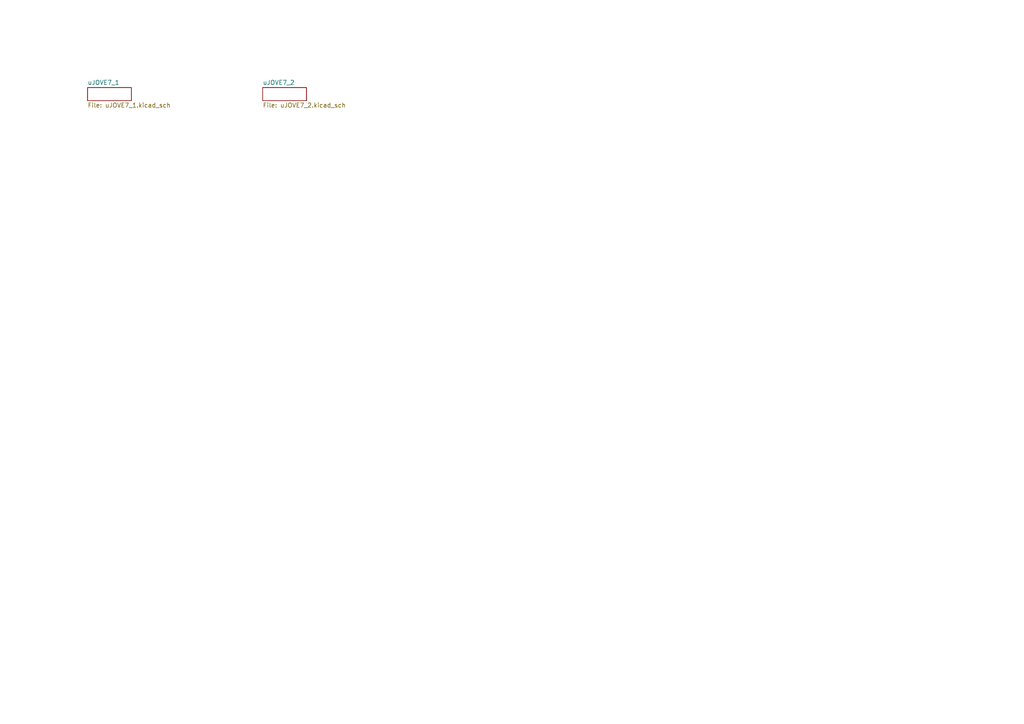
<source format=kicad_sch>
(kicad_sch
	(version 20231120)
	(generator "eeschema")
	(generator_version "8.0")
	(uuid "1f0d5208-4ebb-4379-a662-542f64400666")
	(paper "A4")
	(lib_symbols)
	(sheet
		(at 25.4 25.4)
		(size 12.7 3.81)
		(fields_autoplaced yes)
		(stroke
			(width 0)
			(type solid)
		)
		(fill
			(color 0 0 0 0.0000)
		)
		(uuid "17c2d9f0-f39b-4109-b54b-ac93f2275739")
		(property "Sheetname" "uJOVE7_1"
			(at 25.4 24.6884 0)
			(effects
				(font
					(size 1.27 1.27)
				)
				(justify left bottom)
			)
		)
		(property "Sheetfile" "uJOVE7_1.kicad_sch"
			(at 25.4 29.7946 0)
			(effects
				(font
					(size 1.27 1.27)
				)
				(justify left top)
			)
		)
		(instances
			(project "uJOVE7"
				(path "/1f0d5208-4ebb-4379-a662-542f64400666"
					(page "1")
				)
			)
		)
	)
	(sheet
		(at 76.2 25.4)
		(size 12.7 3.81)
		(fields_autoplaced yes)
		(stroke
			(width 0)
			(type solid)
		)
		(fill
			(color 0 0 0 0.0000)
		)
		(uuid "96a966f8-2d16-4a3b-97eb-046c98766c90")
		(property "Sheetname" "uJOVE7_2"
			(at 76.2 24.6884 0)
			(effects
				(font
					(size 1.27 1.27)
				)
				(justify left bottom)
			)
		)
		(property "Sheetfile" "uJOVE7_2.kicad_sch"
			(at 76.2 29.7946 0)
			(effects
				(font
					(size 1.27 1.27)
				)
				(justify left top)
			)
		)
		(instances
			(project "uJOVE7"
				(path "/1f0d5208-4ebb-4379-a662-542f64400666"
					(page "2")
				)
			)
		)
	)
	(sheet_instances
		(path "/"
			(page "1")
		)
	)
)

</source>
